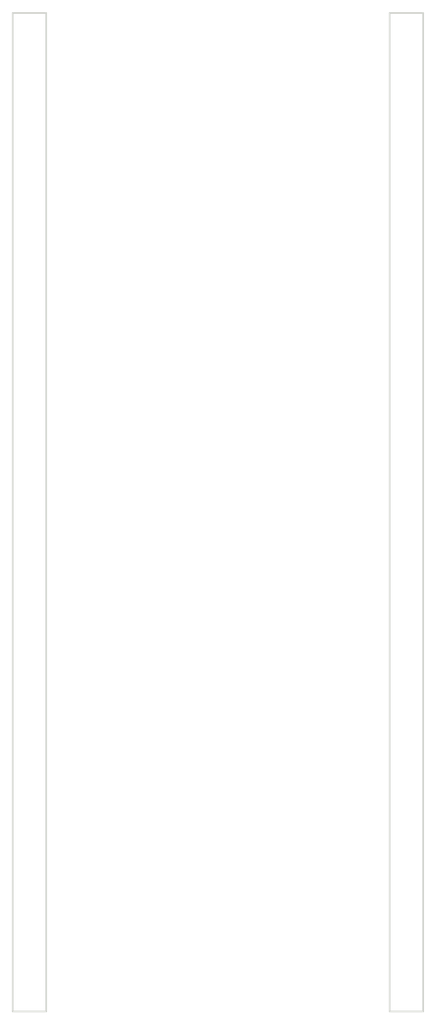
<source format=kicad_pcb>
(kicad_pcb (version 20241229) (generator "pcbnew") (generator_version "9.0")
  (title_block (title "Conn_02x28_Counter_Clockwise") (date "2025-09-29") (rev "V0"))
  (layers (0 "F.Cu" signal) (2 "B.Cu" signal) (13 "F.Paste" user) (15 "B.Paste" user) (5 "F.SilkS" user "F.Silkscreen") (7 "B.SilkS" user "B.Silkscreen") (1 "F.Mask" user) (3 "B.Mask" user) (25 "Edge.Cuts" user))
  (net 0 "")
  (footprint "SamacSys_Parts:PinHeader_1x24_P2.54mm_Vertical" (layer "B.Cu") (at 22.86 0 180)
    (property "Reference" "J2" (hide yes))
    (property "Value" "Pin_Header_01x24")
  )
  (footprint "SamacSys_Parts:PinHeader_1x24_P2.54mm_Vertical" (layer "B.Cu") (at 0 0 180)
    (property "Reference" "J1" (hide yes))
    (property "Value" "Pin_Header_01x24")
  )
  (gr_line (start 1.016 -1.016) (end 1.016 59.436) (stroke (width 0.1)) (layer "Edge.Cuts"))
  (gr_line (start -1.016 -1.016) (end 1.016 -1.016) (stroke (width 0.1)) (layer "Edge.Cuts"))
  (gr_line (start 21.844 -1.016) (end 23.876 -1.016) (stroke (width 0.1)) (layer "Edge.Cuts"))
  (gr_line (start 23.876 -1.016) (end 23.876 59.436) (stroke (width 0.1)) (layer "Edge.Cuts"))
  (gr_line (start 1.016 59.436) (end -1.016 59.436) (stroke (width 0.1)) (layer "Edge.Cuts"))
  (gr_line (start 23.876 59.436) (end 21.844 59.436) (stroke (width 0.1)) (layer "Edge.Cuts"))
  (gr_line (start -1.016 59.436) (end -1.016 -1.016) (stroke (width 0.1)) (layer "Edge.Cuts"))
  (gr_line (start 21.844 59.436) (end 21.844 -1.016) (stroke (width 0.1)) (layer "Edge.Cuts"))
)
</source>
